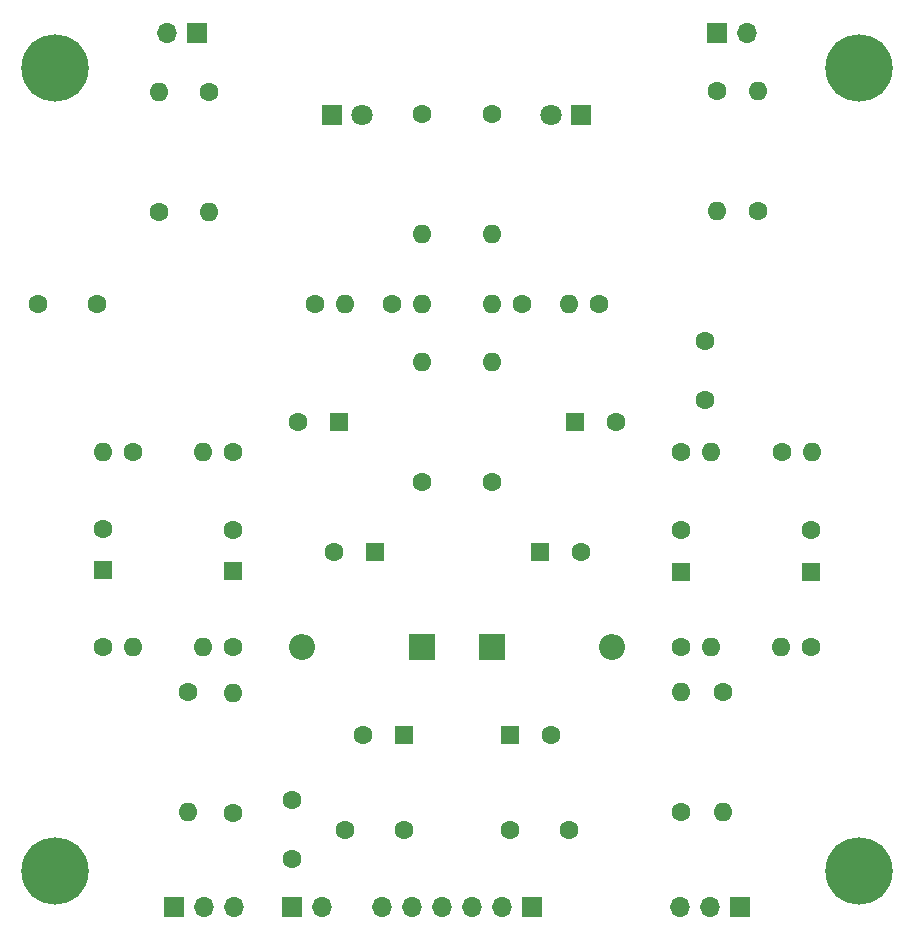
<source format=gbr>
%TF.GenerationSoftware,KiCad,Pcbnew,(6.0.10)*%
%TF.CreationDate,2023-02-21T23:22:35+08:00*%
%TF.ProjectId,LutrarmyMic_PreAmp,4c757472-6172-46d7-994d-69635f507265,rev?*%
%TF.SameCoordinates,Original*%
%TF.FileFunction,Soldermask,Bot*%
%TF.FilePolarity,Negative*%
%FSLAX46Y46*%
G04 Gerber Fmt 4.6, Leading zero omitted, Abs format (unit mm)*
G04 Created by KiCad (PCBNEW (6.0.10)) date 2023-02-21 23:22:35*
%MOMM*%
%LPD*%
G01*
G04 APERTURE LIST*
%ADD10C,1.600000*%
%ADD11O,1.600000X1.600000*%
%ADD12C,5.700000*%
%ADD13R,1.600000X1.600000*%
%ADD14R,1.700000X1.700000*%
%ADD15O,1.700000X1.700000*%
%ADD16R,2.200000X2.200000*%
%ADD17O,2.200000X2.200000*%
%ADD18R,1.800000X1.800000*%
%ADD19C,1.800000*%
G04 APERTURE END LIST*
D10*
%TO.C,R4*%
X144000000Y-67920000D03*
D11*
X144000000Y-78080000D03*
%TD*%
D10*
%TO.C,R16*%
X162000000Y-69840000D03*
D11*
X162000000Y-80000000D03*
%TD*%
D12*
%TO.C,REF\u002A\u002A*%
X131000000Y-133920000D03*
%TD*%
D13*
%TO.C,C8*%
X155000000Y-95920000D03*
D10*
X151500000Y-95920000D03*
%TD*%
%TO.C,R10*%
X177000000Y-85920000D03*
D11*
X174460000Y-85920000D03*
%TD*%
D14*
%TO.C,MK2*%
X143000000Y-62920000D03*
D15*
X140460000Y-62920000D03*
%TD*%
D10*
%TO.C,R21*%
X187500000Y-118760000D03*
D11*
X187500000Y-128920000D03*
%TD*%
D10*
%TO.C,R22*%
X184000000Y-128920000D03*
D11*
X184000000Y-118760000D03*
%TD*%
D10*
%TO.C,R17*%
X195000000Y-114920000D03*
D11*
X192460000Y-114920000D03*
%TD*%
D10*
%TO.C,R15*%
X168000000Y-69840000D03*
D11*
X168000000Y-80000000D03*
%TD*%
D10*
%TO.C,R18*%
X183955000Y-114920000D03*
D11*
X186495000Y-114920000D03*
%TD*%
D10*
%TO.C,C13*%
X169500000Y-130420000D03*
X174500000Y-130420000D03*
%TD*%
%TO.C,R9*%
X170540000Y-85920000D03*
D11*
X168000000Y-85920000D03*
%TD*%
D10*
%TO.C,R2*%
X139750000Y-78080000D03*
D11*
X139750000Y-67920000D03*
%TD*%
D13*
%TO.C,C5*%
X135000000Y-108420000D03*
D10*
X135000000Y-104920000D03*
%TD*%
%TO.C,R14*%
X162000000Y-101000000D03*
D11*
X162000000Y-90840000D03*
%TD*%
D16*
%TO.C,D1*%
X168000000Y-114920000D03*
D17*
X178160000Y-114920000D03*
%TD*%
D10*
%TO.C,R23*%
X142250000Y-118760000D03*
D11*
X142250000Y-128920000D03*
%TD*%
D10*
%TO.C,R8*%
X146000000Y-98420000D03*
D11*
X143460000Y-98420000D03*
%TD*%
D13*
%TO.C,C9*%
X172000000Y-106920000D03*
D10*
X175500000Y-106920000D03*
%TD*%
D12*
%TO.C,REF\u002A\u002A*%
X199000000Y-65920000D03*
%TD*%
D13*
%TO.C,C6*%
X146000000Y-108501812D03*
D10*
X146000000Y-105001812D03*
%TD*%
%TO.C,R19*%
X135000000Y-114920000D03*
D11*
X137540000Y-114920000D03*
%TD*%
D14*
%TO.C,J1*%
X189000000Y-136920000D03*
D15*
X186460000Y-136920000D03*
X183920000Y-136920000D03*
%TD*%
D10*
%TO.C,R13*%
X168000000Y-101000000D03*
D11*
X168000000Y-90840000D03*
%TD*%
D13*
%TO.C,C10*%
X158068557Y-106920000D03*
D10*
X154568557Y-106920000D03*
%TD*%
%TO.C,R7*%
X137540000Y-98420000D03*
D11*
X135000000Y-98420000D03*
%TD*%
D13*
%TO.C,C4*%
X184000000Y-108572651D03*
D10*
X184000000Y-105072651D03*
%TD*%
%TO.C,R11*%
X159460000Y-85920000D03*
D11*
X162000000Y-85920000D03*
%TD*%
D16*
%TO.C,D2*%
X162000000Y-114920000D03*
D17*
X151840000Y-114920000D03*
%TD*%
D14*
%TO.C,SW1*%
X171350000Y-136920000D03*
D15*
X168810000Y-136920000D03*
X166270000Y-136920000D03*
X163730000Y-136920000D03*
X161190000Y-136920000D03*
X158650000Y-136920000D03*
%TD*%
D10*
%TO.C,C14*%
X160500000Y-130420000D03*
X155500000Y-130420000D03*
%TD*%
D12*
%TO.C,REF\u002A\u002A*%
X199000000Y-133920000D03*
%TD*%
D10*
%TO.C,R24*%
X146000000Y-129000000D03*
D11*
X146000000Y-118840000D03*
%TD*%
D18*
%TO.C,D3*%
X175540000Y-69920000D03*
D19*
X173000000Y-69920000D03*
%TD*%
D14*
%TO.C,J3*%
X151000000Y-136920000D03*
D15*
X153540000Y-136920000D03*
%TD*%
D10*
%TO.C,C19*%
X151000000Y-127920000D03*
X151000000Y-132920000D03*
%TD*%
%TO.C,R5*%
X192500000Y-98420000D03*
D11*
X195040000Y-98420000D03*
%TD*%
D10*
%TO.C,R3*%
X187000000Y-67840000D03*
D11*
X187000000Y-78000000D03*
%TD*%
D13*
%TO.C,C3*%
X195000000Y-108572651D03*
D10*
X195000000Y-105072651D03*
%TD*%
D18*
%TO.C,D4*%
X154420000Y-69920000D03*
D19*
X156960000Y-69920000D03*
%TD*%
D13*
%TO.C,C12*%
X160500000Y-122420000D03*
D10*
X157000000Y-122420000D03*
%TD*%
D13*
%TO.C,C7*%
X175000000Y-95920000D03*
D10*
X178500000Y-95920000D03*
%TD*%
%TO.C,R6*%
X184000000Y-98420000D03*
D11*
X186540000Y-98420000D03*
%TD*%
D10*
%TO.C,C1*%
X186000000Y-94000000D03*
X186000000Y-89000000D03*
%TD*%
%TO.C,R12*%
X153000000Y-85920000D03*
D11*
X155540000Y-85920000D03*
%TD*%
D14*
%TO.C,MK1*%
X187000000Y-62920000D03*
D15*
X189540000Y-62920000D03*
%TD*%
D14*
%TO.C,J2*%
X141000000Y-136920000D03*
D15*
X143540000Y-136920000D03*
X146080000Y-136920000D03*
%TD*%
D10*
%TO.C,R20*%
X146000000Y-114920000D03*
D11*
X143460000Y-114920000D03*
%TD*%
D12*
%TO.C,REF\u002A\u002A*%
X131000000Y-65920000D03*
%TD*%
D10*
%TO.C,R1*%
X190500000Y-78000000D03*
D11*
X190500000Y-67840000D03*
%TD*%
D13*
%TO.C,C11*%
X169500000Y-122420000D03*
D10*
X173000000Y-122420000D03*
%TD*%
%TO.C,C2*%
X134500000Y-85920000D03*
X129500000Y-85920000D03*
%TD*%
M02*

</source>
